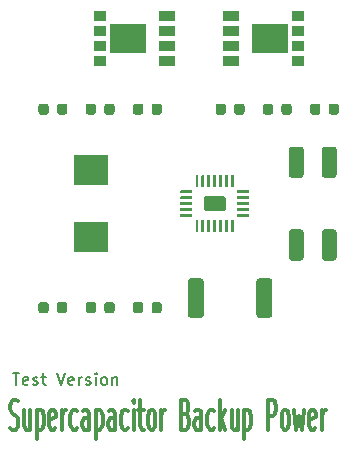
<source format=gbr>
%TF.GenerationSoftware,KiCad,Pcbnew,(5.1.6)-1*%
%TF.CreationDate,2020-12-03T13:02:19+08:00*%
%TF.ProjectId,SuperCap_UPS,53757065-7243-4617-905f-5550532e6b69,rev?*%
%TF.SameCoordinates,Original*%
%TF.FileFunction,Paste,Top*%
%TF.FilePolarity,Positive*%
%FSLAX46Y46*%
G04 Gerber Fmt 4.6, Leading zero omitted, Abs format (unit mm)*
G04 Created by KiCad (PCBNEW (5.1.6)-1) date 2020-12-03 13:02:19*
%MOMM*%
%LPD*%
G01*
G04 APERTURE LIST*
%ADD10C,0.150000*%
%ADD11C,0.300000*%
%ADD12C,0.010000*%
%ADD13R,1.050000X0.850000*%
%ADD14R,1.450000X0.850000*%
%ADD15R,3.000000X2.500000*%
G04 APERTURE END LIST*
D10*
X166600000Y-116852380D02*
X167171428Y-116852380D01*
X166885714Y-117852380D02*
X166885714Y-116852380D01*
X167885714Y-117804761D02*
X167790476Y-117852380D01*
X167600000Y-117852380D01*
X167504761Y-117804761D01*
X167457142Y-117709523D01*
X167457142Y-117328571D01*
X167504761Y-117233333D01*
X167600000Y-117185714D01*
X167790476Y-117185714D01*
X167885714Y-117233333D01*
X167933333Y-117328571D01*
X167933333Y-117423809D01*
X167457142Y-117519047D01*
X168314285Y-117804761D02*
X168409523Y-117852380D01*
X168600000Y-117852380D01*
X168695238Y-117804761D01*
X168742857Y-117709523D01*
X168742857Y-117661904D01*
X168695238Y-117566666D01*
X168600000Y-117519047D01*
X168457142Y-117519047D01*
X168361904Y-117471428D01*
X168314285Y-117376190D01*
X168314285Y-117328571D01*
X168361904Y-117233333D01*
X168457142Y-117185714D01*
X168600000Y-117185714D01*
X168695238Y-117233333D01*
X169028571Y-117185714D02*
X169409523Y-117185714D01*
X169171428Y-116852380D02*
X169171428Y-117709523D01*
X169219047Y-117804761D01*
X169314285Y-117852380D01*
X169409523Y-117852380D01*
X170361904Y-116852380D02*
X170695238Y-117852380D01*
X171028571Y-116852380D01*
X171742857Y-117804761D02*
X171647619Y-117852380D01*
X171457142Y-117852380D01*
X171361904Y-117804761D01*
X171314285Y-117709523D01*
X171314285Y-117328571D01*
X171361904Y-117233333D01*
X171457142Y-117185714D01*
X171647619Y-117185714D01*
X171742857Y-117233333D01*
X171790476Y-117328571D01*
X171790476Y-117423809D01*
X171314285Y-117519047D01*
X172219047Y-117852380D02*
X172219047Y-117185714D01*
X172219047Y-117376190D02*
X172266666Y-117280952D01*
X172314285Y-117233333D01*
X172409523Y-117185714D01*
X172504761Y-117185714D01*
X172790476Y-117804761D02*
X172885714Y-117852380D01*
X173076190Y-117852380D01*
X173171428Y-117804761D01*
X173219047Y-117709523D01*
X173219047Y-117661904D01*
X173171428Y-117566666D01*
X173076190Y-117519047D01*
X172933333Y-117519047D01*
X172838095Y-117471428D01*
X172790476Y-117376190D01*
X172790476Y-117328571D01*
X172838095Y-117233333D01*
X172933333Y-117185714D01*
X173076190Y-117185714D01*
X173171428Y-117233333D01*
X173647619Y-117852380D02*
X173647619Y-117185714D01*
X173647619Y-116852380D02*
X173600000Y-116900000D01*
X173647619Y-116947619D01*
X173695238Y-116900000D01*
X173647619Y-116852380D01*
X173647619Y-116947619D01*
X174266666Y-117852380D02*
X174171428Y-117804761D01*
X174123809Y-117757142D01*
X174076190Y-117661904D01*
X174076190Y-117376190D01*
X174123809Y-117280952D01*
X174171428Y-117233333D01*
X174266666Y-117185714D01*
X174409523Y-117185714D01*
X174504761Y-117233333D01*
X174552380Y-117280952D01*
X174600000Y-117376190D01*
X174600000Y-117661904D01*
X174552380Y-117757142D01*
X174504761Y-117804761D01*
X174409523Y-117852380D01*
X174266666Y-117852380D01*
X175028571Y-117185714D02*
X175028571Y-117852380D01*
X175028571Y-117280952D02*
X175076190Y-117233333D01*
X175171428Y-117185714D01*
X175314285Y-117185714D01*
X175409523Y-117233333D01*
X175457142Y-117328571D01*
X175457142Y-117852380D01*
D11*
X166385714Y-121511904D02*
X166557142Y-121630952D01*
X166842857Y-121630952D01*
X166957142Y-121511904D01*
X167014285Y-121392857D01*
X167071428Y-121154761D01*
X167071428Y-120916666D01*
X167014285Y-120678571D01*
X166957142Y-120559523D01*
X166842857Y-120440476D01*
X166614285Y-120321428D01*
X166500000Y-120202380D01*
X166442857Y-120083333D01*
X166385714Y-119845238D01*
X166385714Y-119607142D01*
X166442857Y-119369047D01*
X166500000Y-119250000D01*
X166614285Y-119130952D01*
X166900000Y-119130952D01*
X167071428Y-119250000D01*
X168100000Y-119964285D02*
X168100000Y-121630952D01*
X167585714Y-119964285D02*
X167585714Y-121273809D01*
X167642857Y-121511904D01*
X167757142Y-121630952D01*
X167928571Y-121630952D01*
X168042857Y-121511904D01*
X168100000Y-121392857D01*
X168671428Y-119964285D02*
X168671428Y-122464285D01*
X168671428Y-120083333D02*
X168785714Y-119964285D01*
X169014285Y-119964285D01*
X169128571Y-120083333D01*
X169185714Y-120202380D01*
X169242857Y-120440476D01*
X169242857Y-121154761D01*
X169185714Y-121392857D01*
X169128571Y-121511904D01*
X169014285Y-121630952D01*
X168785714Y-121630952D01*
X168671428Y-121511904D01*
X170214285Y-121511904D02*
X170100000Y-121630952D01*
X169871428Y-121630952D01*
X169757142Y-121511904D01*
X169700000Y-121273809D01*
X169700000Y-120321428D01*
X169757142Y-120083333D01*
X169871428Y-119964285D01*
X170100000Y-119964285D01*
X170214285Y-120083333D01*
X170271428Y-120321428D01*
X170271428Y-120559523D01*
X169700000Y-120797619D01*
X170785714Y-121630952D02*
X170785714Y-119964285D01*
X170785714Y-120440476D02*
X170842857Y-120202380D01*
X170900000Y-120083333D01*
X171014285Y-119964285D01*
X171128571Y-119964285D01*
X172042857Y-121511904D02*
X171928571Y-121630952D01*
X171700000Y-121630952D01*
X171585714Y-121511904D01*
X171528571Y-121392857D01*
X171471428Y-121154761D01*
X171471428Y-120440476D01*
X171528571Y-120202380D01*
X171585714Y-120083333D01*
X171700000Y-119964285D01*
X171928571Y-119964285D01*
X172042857Y-120083333D01*
X173071428Y-121630952D02*
X173071428Y-120321428D01*
X173014285Y-120083333D01*
X172900000Y-119964285D01*
X172671428Y-119964285D01*
X172557142Y-120083333D01*
X173071428Y-121511904D02*
X172957142Y-121630952D01*
X172671428Y-121630952D01*
X172557142Y-121511904D01*
X172500000Y-121273809D01*
X172500000Y-121035714D01*
X172557142Y-120797619D01*
X172671428Y-120678571D01*
X172957142Y-120678571D01*
X173071428Y-120559523D01*
X173642857Y-119964285D02*
X173642857Y-122464285D01*
X173642857Y-120083333D02*
X173757142Y-119964285D01*
X173985714Y-119964285D01*
X174100000Y-120083333D01*
X174157142Y-120202380D01*
X174214285Y-120440476D01*
X174214285Y-121154761D01*
X174157142Y-121392857D01*
X174100000Y-121511904D01*
X173985714Y-121630952D01*
X173757142Y-121630952D01*
X173642857Y-121511904D01*
X175242857Y-121630952D02*
X175242857Y-120321428D01*
X175185714Y-120083333D01*
X175071428Y-119964285D01*
X174842857Y-119964285D01*
X174728571Y-120083333D01*
X175242857Y-121511904D02*
X175128571Y-121630952D01*
X174842857Y-121630952D01*
X174728571Y-121511904D01*
X174671428Y-121273809D01*
X174671428Y-121035714D01*
X174728571Y-120797619D01*
X174842857Y-120678571D01*
X175128571Y-120678571D01*
X175242857Y-120559523D01*
X176328571Y-121511904D02*
X176214285Y-121630952D01*
X175985714Y-121630952D01*
X175871428Y-121511904D01*
X175814285Y-121392857D01*
X175757142Y-121154761D01*
X175757142Y-120440476D01*
X175814285Y-120202380D01*
X175871428Y-120083333D01*
X175985714Y-119964285D01*
X176214285Y-119964285D01*
X176328571Y-120083333D01*
X176842857Y-121630952D02*
X176842857Y-119964285D01*
X176842857Y-119130952D02*
X176785714Y-119250000D01*
X176842857Y-119369047D01*
X176900000Y-119250000D01*
X176842857Y-119130952D01*
X176842857Y-119369047D01*
X177242857Y-119964285D02*
X177700000Y-119964285D01*
X177414285Y-119130952D02*
X177414285Y-121273809D01*
X177471428Y-121511904D01*
X177585714Y-121630952D01*
X177700000Y-121630952D01*
X178271428Y-121630952D02*
X178157142Y-121511904D01*
X178100000Y-121392857D01*
X178042857Y-121154761D01*
X178042857Y-120440476D01*
X178100000Y-120202380D01*
X178157142Y-120083333D01*
X178271428Y-119964285D01*
X178442857Y-119964285D01*
X178557142Y-120083333D01*
X178614285Y-120202380D01*
X178671428Y-120440476D01*
X178671428Y-121154761D01*
X178614285Y-121392857D01*
X178557142Y-121511904D01*
X178442857Y-121630952D01*
X178271428Y-121630952D01*
X179185714Y-121630952D02*
X179185714Y-119964285D01*
X179185714Y-120440476D02*
X179242857Y-120202380D01*
X179300000Y-120083333D01*
X179414285Y-119964285D01*
X179528571Y-119964285D01*
X181242857Y-120321428D02*
X181414285Y-120440476D01*
X181471428Y-120559523D01*
X181528571Y-120797619D01*
X181528571Y-121154761D01*
X181471428Y-121392857D01*
X181414285Y-121511904D01*
X181300000Y-121630952D01*
X180842857Y-121630952D01*
X180842857Y-119130952D01*
X181242857Y-119130952D01*
X181357142Y-119250000D01*
X181414285Y-119369047D01*
X181471428Y-119607142D01*
X181471428Y-119845238D01*
X181414285Y-120083333D01*
X181357142Y-120202380D01*
X181242857Y-120321428D01*
X180842857Y-120321428D01*
X182557142Y-121630952D02*
X182557142Y-120321428D01*
X182500000Y-120083333D01*
X182385714Y-119964285D01*
X182157142Y-119964285D01*
X182042857Y-120083333D01*
X182557142Y-121511904D02*
X182442857Y-121630952D01*
X182157142Y-121630952D01*
X182042857Y-121511904D01*
X181985714Y-121273809D01*
X181985714Y-121035714D01*
X182042857Y-120797619D01*
X182157142Y-120678571D01*
X182442857Y-120678571D01*
X182557142Y-120559523D01*
X183642857Y-121511904D02*
X183528571Y-121630952D01*
X183300000Y-121630952D01*
X183185714Y-121511904D01*
X183128571Y-121392857D01*
X183071428Y-121154761D01*
X183071428Y-120440476D01*
X183128571Y-120202380D01*
X183185714Y-120083333D01*
X183300000Y-119964285D01*
X183528571Y-119964285D01*
X183642857Y-120083333D01*
X184157142Y-121630952D02*
X184157142Y-119130952D01*
X184271428Y-120678571D02*
X184614285Y-121630952D01*
X184614285Y-119964285D02*
X184157142Y-120916666D01*
X185642857Y-119964285D02*
X185642857Y-121630952D01*
X185128571Y-119964285D02*
X185128571Y-121273809D01*
X185185714Y-121511904D01*
X185300000Y-121630952D01*
X185471428Y-121630952D01*
X185585714Y-121511904D01*
X185642857Y-121392857D01*
X186214285Y-119964285D02*
X186214285Y-122464285D01*
X186214285Y-120083333D02*
X186328571Y-119964285D01*
X186557142Y-119964285D01*
X186671428Y-120083333D01*
X186728571Y-120202380D01*
X186785714Y-120440476D01*
X186785714Y-121154761D01*
X186728571Y-121392857D01*
X186671428Y-121511904D01*
X186557142Y-121630952D01*
X186328571Y-121630952D01*
X186214285Y-121511904D01*
X188214285Y-121630952D02*
X188214285Y-119130952D01*
X188671428Y-119130952D01*
X188785714Y-119250000D01*
X188842857Y-119369047D01*
X188900000Y-119607142D01*
X188900000Y-119964285D01*
X188842857Y-120202380D01*
X188785714Y-120321428D01*
X188671428Y-120440476D01*
X188214285Y-120440476D01*
X189585714Y-121630952D02*
X189471428Y-121511904D01*
X189414285Y-121392857D01*
X189357142Y-121154761D01*
X189357142Y-120440476D01*
X189414285Y-120202380D01*
X189471428Y-120083333D01*
X189585714Y-119964285D01*
X189757142Y-119964285D01*
X189871428Y-120083333D01*
X189928571Y-120202380D01*
X189985714Y-120440476D01*
X189985714Y-121154761D01*
X189928571Y-121392857D01*
X189871428Y-121511904D01*
X189757142Y-121630952D01*
X189585714Y-121630952D01*
X190385714Y-119964285D02*
X190614285Y-121630952D01*
X190842857Y-120440476D01*
X191071428Y-121630952D01*
X191300000Y-119964285D01*
X192214285Y-121511904D02*
X192100000Y-121630952D01*
X191871428Y-121630952D01*
X191757142Y-121511904D01*
X191700000Y-121273809D01*
X191700000Y-120321428D01*
X191757142Y-120083333D01*
X191871428Y-119964285D01*
X192100000Y-119964285D01*
X192214285Y-120083333D01*
X192271428Y-120321428D01*
X192271428Y-120559523D01*
X191700000Y-120797619D01*
X192785714Y-121630952D02*
X192785714Y-119964285D01*
X192785714Y-120440476D02*
X192842857Y-120202380D01*
X192900000Y-120083333D01*
X193014285Y-119964285D01*
X193128571Y-119964285D01*
D12*
%TO.C,Q2*%
G36*
X186860000Y-87314000D02*
G01*
X189840000Y-87314000D01*
X189840000Y-89686000D01*
X186860000Y-89686000D01*
X186860000Y-87314000D01*
G37*
X186860000Y-87314000D02*
X189840000Y-87314000D01*
X189840000Y-89686000D01*
X186860000Y-89686000D01*
X186860000Y-87314000D01*
%TO.C,Q1*%
G36*
X177840000Y-89686000D02*
G01*
X174860000Y-89686000D01*
X174860000Y-87314000D01*
X177840000Y-87314000D01*
X177840000Y-89686000D01*
G37*
X177840000Y-89686000D02*
X174860000Y-89686000D01*
X174860000Y-87314000D01*
X177840000Y-87314000D01*
X177840000Y-89686000D01*
%TD*%
%TO.C,R9*%
G36*
G01*
X174350000Y-111556250D02*
X174350000Y-111043750D01*
G75*
G02*
X174568750Y-110825000I218750J0D01*
G01*
X175006250Y-110825000D01*
G75*
G02*
X175225000Y-111043750I0J-218750D01*
G01*
X175225000Y-111556250D01*
G75*
G02*
X175006250Y-111775000I-218750J0D01*
G01*
X174568750Y-111775000D01*
G75*
G02*
X174350000Y-111556250I0J218750D01*
G01*
G37*
G36*
G01*
X172775000Y-111556250D02*
X172775000Y-111043750D01*
G75*
G02*
X172993750Y-110825000I218750J0D01*
G01*
X173431250Y-110825000D01*
G75*
G02*
X173650000Y-111043750I0J-218750D01*
G01*
X173650000Y-111556250D01*
G75*
G02*
X173431250Y-111775000I-218750J0D01*
G01*
X172993750Y-111775000D01*
G75*
G02*
X172775000Y-111556250I0J218750D01*
G01*
G37*
%TD*%
%TO.C,R8*%
G36*
G01*
X170350000Y-111556250D02*
X170350000Y-111043750D01*
G75*
G02*
X170568750Y-110825000I218750J0D01*
G01*
X171006250Y-110825000D01*
G75*
G02*
X171225000Y-111043750I0J-218750D01*
G01*
X171225000Y-111556250D01*
G75*
G02*
X171006250Y-111775000I-218750J0D01*
G01*
X170568750Y-111775000D01*
G75*
G02*
X170350000Y-111556250I0J218750D01*
G01*
G37*
G36*
G01*
X168775000Y-111556250D02*
X168775000Y-111043750D01*
G75*
G02*
X168993750Y-110825000I218750J0D01*
G01*
X169431250Y-110825000D01*
G75*
G02*
X169650000Y-111043750I0J-218750D01*
G01*
X169650000Y-111556250D01*
G75*
G02*
X169431250Y-111775000I-218750J0D01*
G01*
X168993750Y-111775000D01*
G75*
G02*
X168775000Y-111556250I0J218750D01*
G01*
G37*
%TD*%
%TO.C,R7*%
G36*
G01*
X192650000Y-94243750D02*
X192650000Y-94756250D01*
G75*
G02*
X192431250Y-94975000I-218750J0D01*
G01*
X191993750Y-94975000D01*
G75*
G02*
X191775000Y-94756250I0J218750D01*
G01*
X191775000Y-94243750D01*
G75*
G02*
X191993750Y-94025000I218750J0D01*
G01*
X192431250Y-94025000D01*
G75*
G02*
X192650000Y-94243750I0J-218750D01*
G01*
G37*
G36*
G01*
X194225000Y-94243750D02*
X194225000Y-94756250D01*
G75*
G02*
X194006250Y-94975000I-218750J0D01*
G01*
X193568750Y-94975000D01*
G75*
G02*
X193350000Y-94756250I0J218750D01*
G01*
X193350000Y-94243750D01*
G75*
G02*
X193568750Y-94025000I218750J0D01*
G01*
X194006250Y-94025000D01*
G75*
G02*
X194225000Y-94243750I0J-218750D01*
G01*
G37*
%TD*%
%TO.C,R6*%
G36*
G01*
X189350000Y-94756250D02*
X189350000Y-94243750D01*
G75*
G02*
X189568750Y-94025000I218750J0D01*
G01*
X190006250Y-94025000D01*
G75*
G02*
X190225000Y-94243750I0J-218750D01*
G01*
X190225000Y-94756250D01*
G75*
G02*
X190006250Y-94975000I-218750J0D01*
G01*
X189568750Y-94975000D01*
G75*
G02*
X189350000Y-94756250I0J218750D01*
G01*
G37*
G36*
G01*
X187775000Y-94756250D02*
X187775000Y-94243750D01*
G75*
G02*
X187993750Y-94025000I218750J0D01*
G01*
X188431250Y-94025000D01*
G75*
G02*
X188650000Y-94243750I0J-218750D01*
G01*
X188650000Y-94756250D01*
G75*
G02*
X188431250Y-94975000I-218750J0D01*
G01*
X187993750Y-94975000D01*
G75*
G02*
X187775000Y-94756250I0J218750D01*
G01*
G37*
%TD*%
%TO.C,R5*%
G36*
G01*
X178350000Y-111556250D02*
X178350000Y-111043750D01*
G75*
G02*
X178568750Y-110825000I218750J0D01*
G01*
X179006250Y-110825000D01*
G75*
G02*
X179225000Y-111043750I0J-218750D01*
G01*
X179225000Y-111556250D01*
G75*
G02*
X179006250Y-111775000I-218750J0D01*
G01*
X178568750Y-111775000D01*
G75*
G02*
X178350000Y-111556250I0J218750D01*
G01*
G37*
G36*
G01*
X176775000Y-111556250D02*
X176775000Y-111043750D01*
G75*
G02*
X176993750Y-110825000I218750J0D01*
G01*
X177431250Y-110825000D01*
G75*
G02*
X177650000Y-111043750I0J-218750D01*
G01*
X177650000Y-111556250D01*
G75*
G02*
X177431250Y-111775000I-218750J0D01*
G01*
X176993750Y-111775000D01*
G75*
G02*
X176775000Y-111556250I0J218750D01*
G01*
G37*
%TD*%
%TO.C,R4*%
G36*
G01*
X182775000Y-109074999D02*
X182775000Y-111925001D01*
G75*
G02*
X182525001Y-112175000I-249999J0D01*
G01*
X181674999Y-112175000D01*
G75*
G02*
X181425000Y-111925001I0J249999D01*
G01*
X181425000Y-109074999D01*
G75*
G02*
X181674999Y-108825000I249999J0D01*
G01*
X182525001Y-108825000D01*
G75*
G02*
X182775000Y-109074999I0J-249999D01*
G01*
G37*
G36*
G01*
X188575000Y-109074999D02*
X188575000Y-111925001D01*
G75*
G02*
X188325001Y-112175000I-249999J0D01*
G01*
X187474999Y-112175000D01*
G75*
G02*
X187225000Y-111925001I0J249999D01*
G01*
X187225000Y-109074999D01*
G75*
G02*
X187474999Y-108825000I249999J0D01*
G01*
X188325001Y-108825000D01*
G75*
G02*
X188575000Y-109074999I0J-249999D01*
G01*
G37*
%TD*%
%TO.C,R3*%
G36*
G01*
X174350000Y-94756250D02*
X174350000Y-94243750D01*
G75*
G02*
X174568750Y-94025000I218750J0D01*
G01*
X175006250Y-94025000D01*
G75*
G02*
X175225000Y-94243750I0J-218750D01*
G01*
X175225000Y-94756250D01*
G75*
G02*
X175006250Y-94975000I-218750J0D01*
G01*
X174568750Y-94975000D01*
G75*
G02*
X174350000Y-94756250I0J218750D01*
G01*
G37*
G36*
G01*
X172775000Y-94756250D02*
X172775000Y-94243750D01*
G75*
G02*
X172993750Y-94025000I218750J0D01*
G01*
X173431250Y-94025000D01*
G75*
G02*
X173650000Y-94243750I0J-218750D01*
G01*
X173650000Y-94756250D01*
G75*
G02*
X173431250Y-94975000I-218750J0D01*
G01*
X172993750Y-94975000D01*
G75*
G02*
X172775000Y-94756250I0J218750D01*
G01*
G37*
%TD*%
%TO.C,R2*%
G36*
G01*
X169650000Y-94243750D02*
X169650000Y-94756250D01*
G75*
G02*
X169431250Y-94975000I-218750J0D01*
G01*
X168993750Y-94975000D01*
G75*
G02*
X168775000Y-94756250I0J218750D01*
G01*
X168775000Y-94243750D01*
G75*
G02*
X168993750Y-94025000I218750J0D01*
G01*
X169431250Y-94025000D01*
G75*
G02*
X169650000Y-94243750I0J-218750D01*
G01*
G37*
G36*
G01*
X171225000Y-94243750D02*
X171225000Y-94756250D01*
G75*
G02*
X171006250Y-94975000I-218750J0D01*
G01*
X170568750Y-94975000D01*
G75*
G02*
X170350000Y-94756250I0J218750D01*
G01*
X170350000Y-94243750D01*
G75*
G02*
X170568750Y-94025000I218750J0D01*
G01*
X171006250Y-94025000D01*
G75*
G02*
X171225000Y-94243750I0J-218750D01*
G01*
G37*
%TD*%
%TO.C,R1*%
G36*
G01*
X178350000Y-94756250D02*
X178350000Y-94243750D01*
G75*
G02*
X178568750Y-94025000I218750J0D01*
G01*
X179006250Y-94025000D01*
G75*
G02*
X179225000Y-94243750I0J-218750D01*
G01*
X179225000Y-94756250D01*
G75*
G02*
X179006250Y-94975000I-218750J0D01*
G01*
X178568750Y-94975000D01*
G75*
G02*
X178350000Y-94756250I0J218750D01*
G01*
G37*
G36*
G01*
X176775000Y-94756250D02*
X176775000Y-94243750D01*
G75*
G02*
X176993750Y-94025000I218750J0D01*
G01*
X177431250Y-94025000D01*
G75*
G02*
X177650000Y-94243750I0J-218750D01*
G01*
X177650000Y-94756250D01*
G75*
G02*
X177431250Y-94975000I-218750J0D01*
G01*
X176993750Y-94975000D01*
G75*
G02*
X176775000Y-94756250I0J218750D01*
G01*
G37*
%TD*%
D13*
%TO.C,Q2*%
X190750000Y-86595000D03*
X190750000Y-87865000D03*
X190750000Y-89135000D03*
X190750000Y-90405000D03*
D14*
X185050000Y-90405000D03*
X185050000Y-89135000D03*
X185050000Y-87865000D03*
X185050000Y-86595000D03*
%TD*%
D13*
%TO.C,Q1*%
X173950000Y-90405000D03*
X173950000Y-89135000D03*
X173950000Y-87865000D03*
X173950000Y-86595000D03*
D14*
X179650000Y-86595000D03*
X179650000Y-87865000D03*
X179650000Y-89135000D03*
X179650000Y-90405000D03*
%TD*%
%TO.C,C5*%
G36*
G01*
X192775000Y-107075000D02*
X192775000Y-104925000D01*
G75*
G02*
X193025000Y-104675000I250000J0D01*
G01*
X193775000Y-104675000D01*
G75*
G02*
X194025000Y-104925000I0J-250000D01*
G01*
X194025000Y-107075000D01*
G75*
G02*
X193775000Y-107325000I-250000J0D01*
G01*
X193025000Y-107325000D01*
G75*
G02*
X192775000Y-107075000I0J250000D01*
G01*
G37*
G36*
G01*
X189975000Y-107075000D02*
X189975000Y-104925000D01*
G75*
G02*
X190225000Y-104675000I250000J0D01*
G01*
X190975000Y-104675000D01*
G75*
G02*
X191225000Y-104925000I0J-250000D01*
G01*
X191225000Y-107075000D01*
G75*
G02*
X190975000Y-107325000I-250000J0D01*
G01*
X190225000Y-107325000D01*
G75*
G02*
X189975000Y-107075000I0J250000D01*
G01*
G37*
%TD*%
%TO.C,C4*%
G36*
G01*
X185350000Y-94756250D02*
X185350000Y-94243750D01*
G75*
G02*
X185568750Y-94025000I218750J0D01*
G01*
X186006250Y-94025000D01*
G75*
G02*
X186225000Y-94243750I0J-218750D01*
G01*
X186225000Y-94756250D01*
G75*
G02*
X186006250Y-94975000I-218750J0D01*
G01*
X185568750Y-94975000D01*
G75*
G02*
X185350000Y-94756250I0J218750D01*
G01*
G37*
G36*
G01*
X183775000Y-94756250D02*
X183775000Y-94243750D01*
G75*
G02*
X183993750Y-94025000I218750J0D01*
G01*
X184431250Y-94025000D01*
G75*
G02*
X184650000Y-94243750I0J-218750D01*
G01*
X184650000Y-94756250D01*
G75*
G02*
X184431250Y-94975000I-218750J0D01*
G01*
X183993750Y-94975000D01*
G75*
G02*
X183775000Y-94756250I0J218750D01*
G01*
G37*
%TD*%
%TO.C,C3*%
G36*
G01*
X192775000Y-100075000D02*
X192775000Y-97925000D01*
G75*
G02*
X193025000Y-97675000I250000J0D01*
G01*
X193775000Y-97675000D01*
G75*
G02*
X194025000Y-97925000I0J-250000D01*
G01*
X194025000Y-100075000D01*
G75*
G02*
X193775000Y-100325000I-250000J0D01*
G01*
X193025000Y-100325000D01*
G75*
G02*
X192775000Y-100075000I0J250000D01*
G01*
G37*
G36*
G01*
X189975000Y-100075000D02*
X189975000Y-97925000D01*
G75*
G02*
X190225000Y-97675000I250000J0D01*
G01*
X190975000Y-97675000D01*
G75*
G02*
X191225000Y-97925000I0J-250000D01*
G01*
X191225000Y-100075000D01*
G75*
G02*
X190975000Y-100325000I-250000J0D01*
G01*
X190225000Y-100325000D01*
G75*
G02*
X189975000Y-100075000I0J250000D01*
G01*
G37*
%TD*%
D15*
%TO.C,L1*%
X173200000Y-105325000D03*
X173200000Y-99675000D03*
%TD*%
%TO.C,U1*%
G36*
G01*
X184500000Y-103125000D02*
X182900000Y-103125000D01*
G75*
G02*
X182775000Y-103000000I0J125000D01*
G01*
X182775000Y-102000000D01*
G75*
G02*
X182900000Y-101875000I125000J0D01*
G01*
X184500000Y-101875000D01*
G75*
G02*
X184625000Y-102000000I0J-125000D01*
G01*
X184625000Y-103000000D01*
G75*
G02*
X184500000Y-103125000I-125000J0D01*
G01*
G37*
G36*
G01*
X182300000Y-104900000D02*
X182100000Y-104900000D01*
G75*
G02*
X182075000Y-104875000I0J25000D01*
G01*
X182075000Y-103925000D01*
G75*
G02*
X182100000Y-103900000I25000J0D01*
G01*
X182300000Y-103900000D01*
G75*
G02*
X182325000Y-103925000I0J-25000D01*
G01*
X182325000Y-104875000D01*
G75*
G02*
X182300000Y-104900000I-25000J0D01*
G01*
G37*
G36*
G01*
X182800000Y-104900000D02*
X182600000Y-104900000D01*
G75*
G02*
X182575000Y-104875000I0J25000D01*
G01*
X182575000Y-103925000D01*
G75*
G02*
X182600000Y-103900000I25000J0D01*
G01*
X182800000Y-103900000D01*
G75*
G02*
X182825000Y-103925000I0J-25000D01*
G01*
X182825000Y-104875000D01*
G75*
G02*
X182800000Y-104900000I-25000J0D01*
G01*
G37*
G36*
G01*
X183300000Y-104900000D02*
X183100000Y-104900000D01*
G75*
G02*
X183075000Y-104875000I0J25000D01*
G01*
X183075000Y-103925000D01*
G75*
G02*
X183100000Y-103900000I25000J0D01*
G01*
X183300000Y-103900000D01*
G75*
G02*
X183325000Y-103925000I0J-25000D01*
G01*
X183325000Y-104875000D01*
G75*
G02*
X183300000Y-104900000I-25000J0D01*
G01*
G37*
G36*
G01*
X183800000Y-104900000D02*
X183600000Y-104900000D01*
G75*
G02*
X183575000Y-104875000I0J25000D01*
G01*
X183575000Y-103925000D01*
G75*
G02*
X183600000Y-103900000I25000J0D01*
G01*
X183800000Y-103900000D01*
G75*
G02*
X183825000Y-103925000I0J-25000D01*
G01*
X183825000Y-104875000D01*
G75*
G02*
X183800000Y-104900000I-25000J0D01*
G01*
G37*
G36*
G01*
X184300000Y-104900000D02*
X184100000Y-104900000D01*
G75*
G02*
X184075000Y-104875000I0J25000D01*
G01*
X184075000Y-103925000D01*
G75*
G02*
X184100000Y-103900000I25000J0D01*
G01*
X184300000Y-103900000D01*
G75*
G02*
X184325000Y-103925000I0J-25000D01*
G01*
X184325000Y-104875000D01*
G75*
G02*
X184300000Y-104900000I-25000J0D01*
G01*
G37*
G36*
G01*
X184800000Y-104900000D02*
X184600000Y-104900000D01*
G75*
G02*
X184575000Y-104875000I0J25000D01*
G01*
X184575000Y-103925000D01*
G75*
G02*
X184600000Y-103900000I25000J0D01*
G01*
X184800000Y-103900000D01*
G75*
G02*
X184825000Y-103925000I0J-25000D01*
G01*
X184825000Y-104875000D01*
G75*
G02*
X184800000Y-104900000I-25000J0D01*
G01*
G37*
G36*
G01*
X185300000Y-104900000D02*
X185100000Y-104900000D01*
G75*
G02*
X185075000Y-104875000I0J25000D01*
G01*
X185075000Y-103925000D01*
G75*
G02*
X185100000Y-103900000I25000J0D01*
G01*
X185300000Y-103900000D01*
G75*
G02*
X185325000Y-103925000I0J-25000D01*
G01*
X185325000Y-104875000D01*
G75*
G02*
X185300000Y-104900000I-25000J0D01*
G01*
G37*
G36*
G01*
X185300000Y-101100000D02*
X185100000Y-101100000D01*
G75*
G02*
X185075000Y-101075000I0J25000D01*
G01*
X185075000Y-100125000D01*
G75*
G02*
X185100000Y-100100000I25000J0D01*
G01*
X185300000Y-100100000D01*
G75*
G02*
X185325000Y-100125000I0J-25000D01*
G01*
X185325000Y-101075000D01*
G75*
G02*
X185300000Y-101100000I-25000J0D01*
G01*
G37*
G36*
G01*
X184800000Y-101100000D02*
X184600000Y-101100000D01*
G75*
G02*
X184575000Y-101075000I0J25000D01*
G01*
X184575000Y-100125000D01*
G75*
G02*
X184600000Y-100100000I25000J0D01*
G01*
X184800000Y-100100000D01*
G75*
G02*
X184825000Y-100125000I0J-25000D01*
G01*
X184825000Y-101075000D01*
G75*
G02*
X184800000Y-101100000I-25000J0D01*
G01*
G37*
G36*
G01*
X184300000Y-101100000D02*
X184100000Y-101100000D01*
G75*
G02*
X184075000Y-101075000I0J25000D01*
G01*
X184075000Y-100125000D01*
G75*
G02*
X184100000Y-100100000I25000J0D01*
G01*
X184300000Y-100100000D01*
G75*
G02*
X184325000Y-100125000I0J-25000D01*
G01*
X184325000Y-101075000D01*
G75*
G02*
X184300000Y-101100000I-25000J0D01*
G01*
G37*
G36*
G01*
X183800000Y-101100000D02*
X183600000Y-101100000D01*
G75*
G02*
X183575000Y-101075000I0J25000D01*
G01*
X183575000Y-100125000D01*
G75*
G02*
X183600000Y-100100000I25000J0D01*
G01*
X183800000Y-100100000D01*
G75*
G02*
X183825000Y-100125000I0J-25000D01*
G01*
X183825000Y-101075000D01*
G75*
G02*
X183800000Y-101100000I-25000J0D01*
G01*
G37*
G36*
G01*
X183300000Y-101100000D02*
X183100000Y-101100000D01*
G75*
G02*
X183075000Y-101075000I0J25000D01*
G01*
X183075000Y-100125000D01*
G75*
G02*
X183100000Y-100100000I25000J0D01*
G01*
X183300000Y-100100000D01*
G75*
G02*
X183325000Y-100125000I0J-25000D01*
G01*
X183325000Y-101075000D01*
G75*
G02*
X183300000Y-101100000I-25000J0D01*
G01*
G37*
G36*
G01*
X182800000Y-101100000D02*
X182600000Y-101100000D01*
G75*
G02*
X182575000Y-101075000I0J25000D01*
G01*
X182575000Y-100125000D01*
G75*
G02*
X182600000Y-100100000I25000J0D01*
G01*
X182800000Y-100100000D01*
G75*
G02*
X182825000Y-100125000I0J-25000D01*
G01*
X182825000Y-101075000D01*
G75*
G02*
X182800000Y-101100000I-25000J0D01*
G01*
G37*
G36*
G01*
X182300000Y-101100000D02*
X182100000Y-101100000D01*
G75*
G02*
X182075000Y-101075000I0J25000D01*
G01*
X182075000Y-100125000D01*
G75*
G02*
X182100000Y-100100000I25000J0D01*
G01*
X182300000Y-100100000D01*
G75*
G02*
X182325000Y-100125000I0J-25000D01*
G01*
X182325000Y-101075000D01*
G75*
G02*
X182300000Y-101100000I-25000J0D01*
G01*
G37*
G36*
G01*
X186575000Y-103625000D02*
X185625000Y-103625000D01*
G75*
G02*
X185600000Y-103600000I0J25000D01*
G01*
X185600000Y-103400000D01*
G75*
G02*
X185625000Y-103375000I25000J0D01*
G01*
X186575000Y-103375000D01*
G75*
G02*
X186600000Y-103400000I0J-25000D01*
G01*
X186600000Y-103600000D01*
G75*
G02*
X186575000Y-103625000I-25000J0D01*
G01*
G37*
G36*
G01*
X186575000Y-103125000D02*
X185625000Y-103125000D01*
G75*
G02*
X185600000Y-103100000I0J25000D01*
G01*
X185600000Y-102900000D01*
G75*
G02*
X185625000Y-102875000I25000J0D01*
G01*
X186575000Y-102875000D01*
G75*
G02*
X186600000Y-102900000I0J-25000D01*
G01*
X186600000Y-103100000D01*
G75*
G02*
X186575000Y-103125000I-25000J0D01*
G01*
G37*
G36*
G01*
X186575000Y-102625000D02*
X185625000Y-102625000D01*
G75*
G02*
X185600000Y-102600000I0J25000D01*
G01*
X185600000Y-102400000D01*
G75*
G02*
X185625000Y-102375000I25000J0D01*
G01*
X186575000Y-102375000D01*
G75*
G02*
X186600000Y-102400000I0J-25000D01*
G01*
X186600000Y-102600000D01*
G75*
G02*
X186575000Y-102625000I-25000J0D01*
G01*
G37*
G36*
G01*
X186575000Y-102125000D02*
X185625000Y-102125000D01*
G75*
G02*
X185600000Y-102100000I0J25000D01*
G01*
X185600000Y-101900000D01*
G75*
G02*
X185625000Y-101875000I25000J0D01*
G01*
X186575000Y-101875000D01*
G75*
G02*
X186600000Y-101900000I0J-25000D01*
G01*
X186600000Y-102100000D01*
G75*
G02*
X186575000Y-102125000I-25000J0D01*
G01*
G37*
G36*
G01*
X186575000Y-101625000D02*
X185625000Y-101625000D01*
G75*
G02*
X185600000Y-101600000I0J25000D01*
G01*
X185600000Y-101400000D01*
G75*
G02*
X185625000Y-101375000I25000J0D01*
G01*
X186575000Y-101375000D01*
G75*
G02*
X186600000Y-101400000I0J-25000D01*
G01*
X186600000Y-101600000D01*
G75*
G02*
X186575000Y-101625000I-25000J0D01*
G01*
G37*
G36*
G01*
X181775000Y-101625000D02*
X180825000Y-101625000D01*
G75*
G02*
X180800000Y-101600000I0J25000D01*
G01*
X180800000Y-101400000D01*
G75*
G02*
X180825000Y-101375000I25000J0D01*
G01*
X181775000Y-101375000D01*
G75*
G02*
X181800000Y-101400000I0J-25000D01*
G01*
X181800000Y-101600000D01*
G75*
G02*
X181775000Y-101625000I-25000J0D01*
G01*
G37*
G36*
G01*
X181775000Y-102125000D02*
X180825000Y-102125000D01*
G75*
G02*
X180800000Y-102100000I0J25000D01*
G01*
X180800000Y-101900000D01*
G75*
G02*
X180825000Y-101875000I25000J0D01*
G01*
X181775000Y-101875000D01*
G75*
G02*
X181800000Y-101900000I0J-25000D01*
G01*
X181800000Y-102100000D01*
G75*
G02*
X181775000Y-102125000I-25000J0D01*
G01*
G37*
G36*
G01*
X181775000Y-102625000D02*
X180825000Y-102625000D01*
G75*
G02*
X180800000Y-102600000I0J25000D01*
G01*
X180800000Y-102400000D01*
G75*
G02*
X180825000Y-102375000I25000J0D01*
G01*
X181775000Y-102375000D01*
G75*
G02*
X181800000Y-102400000I0J-25000D01*
G01*
X181800000Y-102600000D01*
G75*
G02*
X181775000Y-102625000I-25000J0D01*
G01*
G37*
G36*
G01*
X181775000Y-103125000D02*
X180825000Y-103125000D01*
G75*
G02*
X180800000Y-103100000I0J25000D01*
G01*
X180800000Y-102900000D01*
G75*
G02*
X180825000Y-102875000I25000J0D01*
G01*
X181775000Y-102875000D01*
G75*
G02*
X181800000Y-102900000I0J-25000D01*
G01*
X181800000Y-103100000D01*
G75*
G02*
X181775000Y-103125000I-25000J0D01*
G01*
G37*
G36*
G01*
X181775000Y-103625000D02*
X180825000Y-103625000D01*
G75*
G02*
X180800000Y-103600000I0J25000D01*
G01*
X180800000Y-103400000D01*
G75*
G02*
X180825000Y-103375000I25000J0D01*
G01*
X181775000Y-103375000D01*
G75*
G02*
X181800000Y-103400000I0J-25000D01*
G01*
X181800000Y-103600000D01*
G75*
G02*
X181775000Y-103625000I-25000J0D01*
G01*
G37*
%TD*%
M02*

</source>
